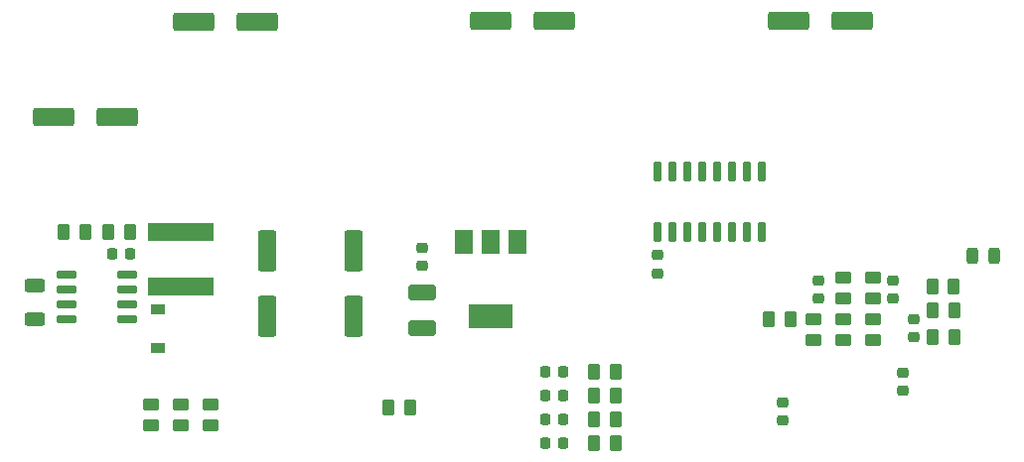
<source format=gbr>
%TF.GenerationSoftware,KiCad,Pcbnew,(6.0.0)*%
%TF.CreationDate,2022-01-02T13:01:26+02:00*%
%TF.ProjectId,shematic,7368656d-6174-4696-932e-6b696361645f,rev?*%
%TF.SameCoordinates,Original*%
%TF.FileFunction,Paste,Top*%
%TF.FilePolarity,Positive*%
%FSLAX46Y46*%
G04 Gerber Fmt 4.6, Leading zero omitted, Abs format (unit mm)*
G04 Created by KiCad (PCBNEW (6.0.0)) date 2022-01-02 13:01:26*
%MOMM*%
%LPD*%
G01*
G04 APERTURE LIST*
G04 Aperture macros list*
%AMRoundRect*
0 Rectangle with rounded corners*
0 $1 Rounding radius*
0 $2 $3 $4 $5 $6 $7 $8 $9 X,Y pos of 4 corners*
0 Add a 4 corners polygon primitive as box body*
4,1,4,$2,$3,$4,$5,$6,$7,$8,$9,$2,$3,0*
0 Add four circle primitives for the rounded corners*
1,1,$1+$1,$2,$3*
1,1,$1+$1,$4,$5*
1,1,$1+$1,$6,$7*
1,1,$1+$1,$8,$9*
0 Add four rect primitives between the rounded corners*
20,1,$1+$1,$2,$3,$4,$5,0*
20,1,$1+$1,$4,$5,$6,$7,0*
20,1,$1+$1,$6,$7,$8,$9,0*
20,1,$1+$1,$8,$9,$2,$3,0*%
G04 Aperture macros list end*
%ADD10RoundRect,0.225000X0.250000X-0.225000X0.250000X0.225000X-0.250000X0.225000X-0.250000X-0.225000X0*%
%ADD11RoundRect,0.250000X-1.500000X-0.550000X1.500000X-0.550000X1.500000X0.550000X-1.500000X0.550000X0*%
%ADD12RoundRect,0.225000X-0.225000X-0.250000X0.225000X-0.250000X0.225000X0.250000X-0.225000X0.250000X0*%
%ADD13RoundRect,0.250000X-0.550000X1.500000X-0.550000X-1.500000X0.550000X-1.500000X0.550000X1.500000X0*%
%ADD14RoundRect,0.225000X-0.250000X0.225000X-0.250000X-0.225000X0.250000X-0.225000X0.250000X0.225000X0*%
%ADD15RoundRect,0.250000X0.925000X-0.412500X0.925000X0.412500X-0.925000X0.412500X-0.925000X-0.412500X0*%
%ADD16RoundRect,0.225000X0.225000X0.250000X-0.225000X0.250000X-0.225000X-0.250000X0.225000X-0.250000X0*%
%ADD17R,1.200000X0.900000*%
%ADD18RoundRect,0.243750X0.243750X0.456250X-0.243750X0.456250X-0.243750X-0.456250X0.243750X-0.456250X0*%
%ADD19R,5.700000X1.600000*%
%ADD20RoundRect,0.250000X0.625000X-0.312500X0.625000X0.312500X-0.625000X0.312500X-0.625000X-0.312500X0*%
%ADD21RoundRect,0.250000X-0.262500X-0.450000X0.262500X-0.450000X0.262500X0.450000X-0.262500X0.450000X0*%
%ADD22RoundRect,0.250000X0.262500X0.450000X-0.262500X0.450000X-0.262500X-0.450000X0.262500X-0.450000X0*%
%ADD23RoundRect,0.250000X0.450000X-0.262500X0.450000X0.262500X-0.450000X0.262500X-0.450000X-0.262500X0*%
%ADD24RoundRect,0.250000X-0.450000X0.262500X-0.450000X-0.262500X0.450000X-0.262500X0.450000X0.262500X0*%
%ADD25RoundRect,0.150000X0.150000X-0.725000X0.150000X0.725000X-0.150000X0.725000X-0.150000X-0.725000X0*%
%ADD26RoundRect,0.150000X0.725000X0.150000X-0.725000X0.150000X-0.725000X-0.150000X0.725000X-0.150000X0*%
%ADD27R,1.500000X2.000000*%
%ADD28R,3.800000X2.000000*%
G04 APERTURE END LIST*
D10*
%TO.C,C3*%
X85217000Y-64148000D03*
X85217000Y-62598000D03*
%TD*%
D11*
%TO.C,C1*%
X33782000Y-50800000D03*
X39182000Y-50800000D03*
%TD*%
D12*
%TO.C,C2*%
X38722000Y-62484000D03*
X40272000Y-62484000D03*
%TD*%
D13*
%TO.C,C4*%
X51943000Y-62218000D03*
X51943000Y-67818000D03*
%TD*%
D14*
%TO.C,C5*%
X65151000Y-61963000D03*
X65151000Y-63513000D03*
%TD*%
D10*
%TO.C,C6*%
X107061000Y-69596000D03*
X107061000Y-68046000D03*
%TD*%
%TO.C,C10*%
X105283000Y-64744000D03*
X105283000Y-66294000D03*
%TD*%
%TO.C,C11*%
X98933000Y-66294000D03*
X98933000Y-64744000D03*
%TD*%
D14*
%TO.C,C12*%
X95885000Y-75184000D03*
X95885000Y-76734000D03*
%TD*%
D15*
%TO.C,C13*%
X65151000Y-68861000D03*
X65151000Y-65786000D03*
%TD*%
D16*
%TO.C,C14*%
X77216000Y-72517000D03*
X75666000Y-72517000D03*
%TD*%
%TO.C,C15*%
X77216000Y-76581000D03*
X75666000Y-76581000D03*
%TD*%
%TO.C,C16*%
X77216000Y-74549000D03*
X75666000Y-74549000D03*
%TD*%
%TO.C,C17*%
X77216000Y-78613000D03*
X75666000Y-78613000D03*
%TD*%
D14*
%TO.C,C18*%
X106172000Y-72631000D03*
X106172000Y-74181000D03*
%TD*%
D17*
%TO.C,D2*%
X42672000Y-67183000D03*
X42672000Y-70483000D03*
%TD*%
D18*
%TO.C,D4*%
X113919000Y-62611000D03*
X112044000Y-62611000D03*
%TD*%
D19*
%TO.C,L1*%
X44577000Y-65279000D03*
X44577000Y-60579000D03*
%TD*%
D20*
%TO.C,R1*%
X32131000Y-68076000D03*
X32131000Y-65151000D03*
%TD*%
D21*
%TO.C,R2*%
X34624000Y-60579000D03*
X36449000Y-60579000D03*
%TD*%
D22*
%TO.C,R3*%
X40259000Y-60579000D03*
X38434000Y-60579000D03*
%TD*%
D21*
%TO.C,R5*%
X108712000Y-69596000D03*
X110537000Y-69596000D03*
%TD*%
D23*
%TO.C,R6*%
X103632000Y-69850000D03*
X103632000Y-68025000D03*
%TD*%
%TO.C,R7*%
X101092000Y-69850000D03*
X101092000Y-68025000D03*
%TD*%
%TO.C,R8*%
X98552000Y-69850000D03*
X98552000Y-68025000D03*
%TD*%
D24*
%TO.C,R9*%
X103632000Y-64469000D03*
X103632000Y-66294000D03*
%TD*%
%TO.C,R10*%
X101092000Y-64492500D03*
X101092000Y-66317500D03*
%TD*%
D21*
%TO.C,R11*%
X94718500Y-68072000D03*
X96543500Y-68072000D03*
%TD*%
%TO.C,R12*%
X108688500Y-67310000D03*
X110513500Y-67310000D03*
%TD*%
%TO.C,R13*%
X108665000Y-65278000D03*
X110490000Y-65278000D03*
%TD*%
%TO.C,R14*%
X79836000Y-72517000D03*
X81661000Y-72517000D03*
%TD*%
%TO.C,R15*%
X79836000Y-76581000D03*
X81661000Y-76581000D03*
%TD*%
%TO.C,R16*%
X79836000Y-74549000D03*
X81661000Y-74549000D03*
%TD*%
%TO.C,R17*%
X79836000Y-78613000D03*
X81661000Y-78613000D03*
%TD*%
%TO.C,R18*%
X62310000Y-75565000D03*
X64135000Y-75565000D03*
%TD*%
D23*
%TO.C,R19*%
X44577000Y-77136000D03*
X44577000Y-75311000D03*
%TD*%
%TO.C,R20*%
X47117000Y-77136000D03*
X47117000Y-75311000D03*
%TD*%
%TO.C,R21*%
X42037000Y-77136000D03*
X42037000Y-75311000D03*
%TD*%
D25*
%TO.C,U1*%
X85217000Y-60614000D03*
X86487000Y-60614000D03*
X87757000Y-60614000D03*
X89027000Y-60614000D03*
X90297000Y-60614000D03*
X91567000Y-60614000D03*
X92837000Y-60614000D03*
X94107000Y-60614000D03*
X94107000Y-55464000D03*
X92837000Y-55464000D03*
X91567000Y-55464000D03*
X90297000Y-55464000D03*
X89027000Y-55464000D03*
X87757000Y-55464000D03*
X86487000Y-55464000D03*
X85217000Y-55464000D03*
%TD*%
D26*
%TO.C,U2*%
X40040000Y-68072000D03*
X40040000Y-66802000D03*
X40040000Y-65532000D03*
X40040000Y-64262000D03*
X34890000Y-64262000D03*
X34890000Y-65532000D03*
X34890000Y-66802000D03*
X34890000Y-68072000D03*
%TD*%
D27*
%TO.C,U3*%
X73293000Y-61493000D03*
D28*
X70993000Y-67793000D03*
D27*
X70993000Y-61493000D03*
X68693000Y-61493000D03*
%TD*%
D11*
%TO.C,C23*%
X70993000Y-42545000D03*
X76393000Y-42545000D03*
%TD*%
%TO.C,C24*%
X96393000Y-42545000D03*
X101793000Y-42545000D03*
%TD*%
%TO.C,C21*%
X45720000Y-42672000D03*
X51120000Y-42672000D03*
%TD*%
D13*
%TO.C,C22*%
X59309000Y-62218000D03*
X59309000Y-67818000D03*
%TD*%
M02*

</source>
